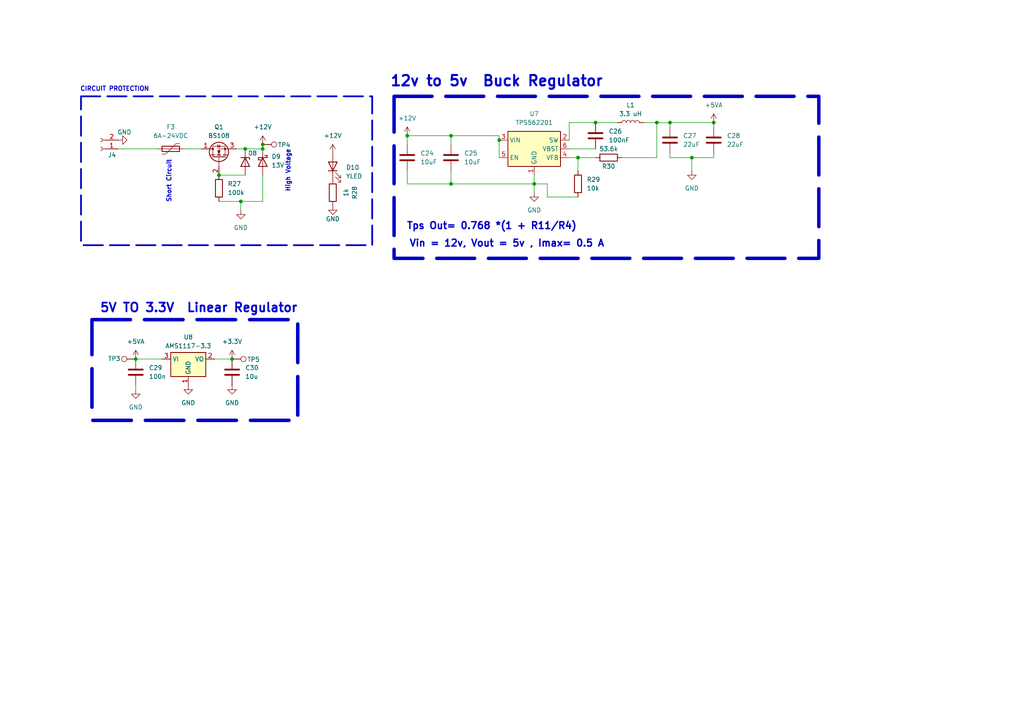
<source format=kicad_sch>
(kicad_sch (version 20231120) (generator "eeschema") (generator_version "8.0")
  (paper "A4")
  (lib_symbols
    (symbol "Connector:Conn_01x02_Socket" (pin_names (offset 1.016) hide)
      (property "Reference" "J" (at 0 2.54 0))
      (property "Value" "Conn_01x02_Socket" (at 0 -5.08 0))
      (symbol "Conn_01x02_Socket_1_1"
        (arc (start 0 -2.032) (mid -0.5058 -2.54) (end 0 -3.048) (stroke (width 0.1524)))
        (polyline (pts (xy -1.27 -2.54) (xy -0.508 -2.54)) (stroke (width 0.1524)))
        (polyline (pts (xy -1.27 0) (xy -0.508 0)) (stroke (width 0.1524)))
        (arc (start 0 0.508) (mid -0.5058 0) (end 0 -0.508) (stroke (width 0.1524)))
        (pin passive line (at -5.08 0 0) (length 3.81) (name "Pin_1") (number "1"))
        (pin passive line (at -5.08 -2.54 0) (length 3.81) (name "Pin_2") (number "2"))
      )
    )
    (symbol "Connector:TestPoint" (pin_numbers hide) (pin_names (offset 0.762) hide)
      (property "Reference" "TP" (at 0 6.858 0))
      (property "Value" "TestPoint" (at 0 5.08 0))
      (symbol "TestPoint_0_1"
        (circle (center 0 3.302) (radius 0.762))
      )
      (symbol "TestPoint_1_1"
        (pin passive line (at 0 0 90) (length 2.54) (name "1") (number "1"))
      )
    )
    (symbol "Device:C" (pin_numbers hide) (pin_names (offset 0.254))
      (property "Reference" "C" (at 0.635 2.54 0))
      (property "Value" "C" (at 0.635 -2.54 0))
      (symbol "C_0_1"
        (polyline (pts (xy -2.032 -0.762) (xy 2.032 -0.762)) (stroke (width 0.508)))
        (polyline (pts (xy -2.032 0.762) (xy 2.032 0.762)) (stroke (width 0.508)))
      )
      (symbol "C_1_1"
        (pin passive line (at 0 3.81 270) (length 2.794) (name "~") (number "1"))
        (pin passive line (at 0 -3.81 90) (length 2.794) (name "~") (number "2"))
      )
    )
    (symbol "Device:D_Zener" (pin_numbers hide) (pin_names (offset 1.016) hide)
      (property "Reference" "D" (at 0 2.54 0))
      (property "Value" "D_Zener" (at 0 -2.54 0))
      (symbol "D_Zener_0_1"
        (polyline (pts (xy 1.27 0) (xy -1.27 0)))
        (polyline (pts (xy -1.27 -1.27) (xy -1.27 1.27) (xy -0.762 1.27)) (stroke (width 0.254)))
        (polyline (pts (xy 1.27 -1.27) (xy 1.27 1.27) (xy -1.27 0) (xy 1.27 -1.27)) (stroke (width 0.254)))
      )
      (symbol "D_Zener_1_1"
        (pin passive line (at -3.81 0 0) (length 2.54) (name "K") (number "1"))
        (pin passive line (at 3.81 0 180) (length 2.54) (name "A") (number "2"))
      )
    )
    (symbol "Device:L" (pin_numbers hide) (pin_names (offset 1.016) hide)
      (property "Reference" "L" (at -1.27 0 90))
      (property "Value" "L" (at 1.905 0 90))
      (symbol "L_0_1"
        (arc (start 0 -2.54) (mid 0.6323 -1.905) (end 0 -1.27))
        (arc (start 0 -1.27) (mid 0.6323 -0.635) (end 0 0))
        (arc (start 0 0) (mid 0.6323 0.635) (end 0 1.27))
        (arc (start 0 1.27) (mid 0.6323 1.905) (end 0 2.54))
      )
      (symbol "L_1_1"
        (pin passive line (at 0 3.81 270) (length 1.27) (name "1") (number "1"))
        (pin passive line (at 0 -3.81 90) (length 1.27) (name "2") (number "2"))
      )
    )
    (symbol "Device:LED" (pin_numbers hide) (pin_names (offset 1.016) hide)
      (property "Reference" "D" (at 0 2.54 0))
      (property "Value" "LED" (at 0 -2.54 0))
      (symbol "LED_0_1"
        (polyline (pts (xy -1.27 -1.27) (xy -1.27 1.27)) (stroke (width 0.254)))
        (polyline (pts (xy -1.27 0) (xy 1.27 0)))
        (polyline (pts (xy 1.27 -1.27) (xy 1.27 1.27) (xy -1.27 0) (xy 1.27 -1.27)) (stroke (width 0.254)))
        (polyline (pts (xy -3.048 -0.762) (xy -4.572 -2.286) (xy -3.81 -2.286) (xy -4.572 -2.286) (xy -4.572 -1.524)))
        (polyline (pts (xy -1.778 -0.762) (xy -3.302 -2.286) (xy -2.54 -2.286) (xy -3.302 -2.286) (xy -3.302 -1.524)))
      )
      (symbol "LED_1_1"
        (pin passive line (at -3.81 0 0) (length 2.54) (name "K") (number "1"))
        (pin passive line (at 3.81 0 180) (length 2.54) (name "A") (number "2"))
      )
    )
    (symbol "Device:Polyfuse" (pin_numbers hide) (pin_names (offset 0))
      (property "Reference" "F" (at -2.54 0 90))
      (property "Value" "Polyfuse" (at 2.54 0 90))
      (symbol "Polyfuse_0_1"
        (rectangle (start -0.762 2.54) (end 0.762 -2.54) (stroke (width 0.254)))
        (polyline (pts (xy 0 2.54) (xy 0 -2.54)))
        (polyline (pts (xy -1.524 2.54) (xy -1.524 1.524) (xy 1.524 -1.524) (xy 1.524 -2.54)))
      )
      (symbol "Polyfuse_1_1"
        (pin passive line (at 0 3.81 270) (length 1.27) (name "~") (number "1"))
        (pin passive line (at 0 -3.81 90) (length 1.27) (name "~") (number "2"))
      )
    )
    (symbol "Device:R" (pin_numbers hide) (pin_names (offset 0))
      (property "Reference" "R" (at 2.032 0 90))
      (property "Value" "R" (at 0 0 90))
      (symbol "R_0_1"
        (rectangle (start -1.016 -2.54) (end 1.016 2.54) (stroke (width 0.254)))
      )
      (symbol "R_1_1"
        (pin passive line (at 0 3.81 270) (length 1.27) (name "~") (number "1"))
        (pin passive line (at 0 -3.81 90) (length 1.27) (name "~") (number "2"))
      )
    )
    (symbol "Diode:SS36" (pin_numbers hide) (pin_names (offset 1.016) hide)
      (property "Reference" "D" (at 0 2.54 0))
      (property "Value" "SS36" (at 0 -2.54 0))
      (symbol "SS36_0_1"
        (polyline (pts (xy 1.27 0) (xy -1.27 0)))
        (polyline (pts (xy 1.27 1.27) (xy 1.27 -1.27) (xy -1.27 0) (xy 1.27 1.27)) (stroke (width 0.254)))
        (polyline (pts (xy -1.905 0.635) (xy -1.905 1.27) (xy -1.27 1.27) (xy -1.27 -1.27) (xy -0.635 -1.27) (xy -0.635 -0.635)) (stroke (width 0.254)))
      )
      (symbol "SS36_1_1"
        (pin passive line (at -3.81 0 0) (length 2.54) (name "K") (number "1"))
        (pin passive line (at 3.81 0 180) (length 2.54) (name "A") (number "2"))
      )
    )
    (symbol "Regulator_Linear:AMS1117-5.0"
      (property "Reference" "U" (at -3.81 3.175 0))
      (property "Value" "AMS1117-5.0" (at 0 3.175 0))
      (symbol "AMS1117-5.0_0_1"
        (rectangle (start -5.08 -5.08) (end 5.08 1.905) (stroke (width 0.254)) (fill (type background)))
      )
      (symbol "AMS1117-5.0_1_1"
        (pin power_in line (at 0 -7.62 90) (length 2.54) (name "GND") (number "1"))
        (pin power_out line (at 7.62 0 180) (length 2.54) (name "VO") (number "2"))
        (pin power_in line (at -7.62 0 0) (length 2.54) (name "VI") (number "3"))
      )
    )
    (symbol "Regulator_Switching:TPS562200"
      (property "Reference" "U" (at -7.62 6.35 0))
      (property "Value" "TPS562200" (at -2.54 6.35 0))
      (symbol "TPS562200_0_1"
        (rectangle (start -7.62 5.08) (end 7.62 -5.08) (stroke (width 0.254)) (fill (type background)))
      )
      (symbol "TPS562200_1_1"
        (pin power_in line (at 0 -7.62 90) (length 2.54) (name "GND") (number "1"))
        (pin output line (at 10.16 2.54 180) (length 2.54) (name "SW") (number "2"))
        (pin power_in line (at -10.16 2.54 0) (length 2.54) (name "VIN") (number "3"))
        (pin input line (at 10.16 -2.54 180) (length 2.54) (name "VFB") (number "4"))
        (pin input line (at -10.16 -2.54 0) (length 2.54) (name "EN") (number "5"))
        (pin passive line (at 10.16 0 180) (length 2.54) (name "VBST") (number "6"))
      )
    )
    (symbol "Transistor_FET:BS108" (pin_names hide)
      (property "Reference" "Q" (at 5.08 1.905 0))
      (property "Value" "BS108" (at 5.08 0 0))
      (symbol "BS108_0_1"
        (polyline (pts (xy 0.254 0) (xy -2.54 0)))
        (polyline (pts (xy 0.254 1.905) (xy 0.254 -1.905)) (stroke (width 0.254)))
        (polyline (pts (xy 0.762 -1.27) (xy 0.762 -2.286)) (stroke (width 0.254)))
        (polyline (pts (xy 0.762 0.508) (xy 0.762 -0.508)) (stroke (width 0.254)))
        (polyline (pts (xy 0.762 2.286) (xy 0.762 1.27)) (stroke (width 0.254)))
        (polyline (pts (xy 2.54 2.54) (xy 2.54 1.778)))
        (polyline (pts (xy 2.54 -2.54) (xy 2.54 0) (xy 0.762 0)))
        (polyline (pts (xy 0.762 -1.778) (xy 3.302 -1.778) (xy 3.302 1.778) (xy 0.762 1.778)))
        (polyline (pts (xy 1.016 0) (xy 2.032 0.381) (xy 2.032 -0.381) (xy 1.016 0)) (fill (type outline)))
        (polyline (pts (xy 2.794 0.508) (xy 2.921 0.381) (xy 3.683 0.381) (xy 3.81 0.254)))
        (polyline (pts (xy 3.302 0.381) (xy 2.921 -0.254) (xy 3.683 -0.254) (xy 3.302 0.381)))
        (circle (center 1.651 0) (radius 2.794) (stroke (width 0.254)))
        (circle (center 2.54 -1.778) (radius 0.254) (fill (type outline)))
        (circle (center 2.54 1.778) (radius 0.254) (fill (type outline)))
      )
      (symbol "BS108_1_1"
        (pin passive line (at 2.54 5.08 270) (length 2.54) (name "D") (number "1"))
        (pin input line (at -5.08 0 0) (length 2.54) (name "G") (number "2"))
        (pin passive line (at 2.54 -5.08 90) (length 2.54) (name "S") (number "3"))
      )
    )
    (symbol "power:+12V" (power) (pin_numbers hide) (pin_names (offset 0) hide)
      (property "Value" "+12V" (at 0 3.556 0))
      (symbol "+12V_0_1"
        (polyline (pts (xy -0.762 1.27) (xy 0 2.54)))
        (polyline (pts (xy 0 0) (xy 0 2.54)))
        (polyline (pts (xy 0 2.54) (xy 0.762 1.27)))
      )
      (symbol "+12V_1_1"
        (pin power_in line (at 0 0 90) (length 0) (name "~") (number "1"))
      )
    )
    (symbol "power:+5V" (power) (pin_numbers hide) (pin_names (offset 0) hide)
      (property "Value" "+5V" (at 0 3.556 0))
      (symbol "+5V_0_1"
        (polyline (pts (xy -0.762 1.27) (xy 0 2.54)))
        (polyline (pts (xy 0 0) (xy 0 2.54)))
        (polyline (pts (xy 0 2.54) (xy 0.762 1.27)))
      )
      (symbol "+5V_1_1"
        (pin power_in line (at 0 0 90) (length 0) (name "~") (number "1"))
      )
    )
    (symbol "power:+5VA" (power) (pin_numbers hide) (pin_names (offset 0) hide)
      (property "Value" "+5VA" (at 0 3.556 0))
      (symbol "+5VA_0_1"
        (polyline (pts (xy -0.762 1.27) (xy 0 2.54)))
        (polyline (pts (xy 0 0) (xy 0 2.54)))
        (polyline (pts (xy 0 2.54) (xy 0.762 1.27)))
      )
      (symbol "+5VA_1_1"
        (pin power_in line (at 0 0 90) (length 0) (name "~") (number "1"))
      )
    )
    (symbol "power:GND" (power) (pin_numbers hide) (pin_names (offset 0) hide)
      (property "Value" "GND" (at 0 -3.81 0))
      (symbol "GND_0_1"
        (polyline (pts (xy 0 0) (xy 0 -1.27) (xy 1.27 -1.27) (xy 0 -2.54) (xy -1.27 -1.27) (xy 0 -1.27)))
      )
      (symbol "GND_1_1"
        (pin power_in line (at 0 0 270) (length 0) (name "~") (number "1"))
      )
    )
  )
  (junction (at 71.12 43.18))
  (junction (at 130.81 53.34))
  (junction (at 76.2 41.91))
  (junction (at 172.72 35.56))
  (junction (at 130.81 39.37))
  (junction (at 194.31 35.56))
  (junction (at 200.66 45.72))
  (junction (at 118.11 39.37))
  (junction (at 76.2 43.18))
  (junction (at 167.64 45.72))
  (junction (at 67.31 104.14))
  (junction (at 69.85 58.42))
  (junction (at 63.5 50.8))
  (junction (at 207.01 35.56))
  (junction (at 190.5 35.56))
  (junction (at 39.37 104.14))
  (junction (at 144.78 40.64))
  (junction (at 154.94 53.34))
  (wire (pts (xy 158.75 53.34) (xy 154.94 53.34)))
  (wire (pts (xy 165.1 43.18) (xy 172.72 43.18)))
  (wire (pts (xy 118.11 39.37) (xy 130.81 39.37)))
  (wire (pts (xy 62.23 104.14) (xy 67.31 104.14)))
  (wire (pts (xy 130.81 53.34) (xy 154.94 53.34)))
  (wire (pts (xy 118.11 49.53) (xy 118.11 53.34)))
  (wire (pts (xy 130.81 41.91) (xy 130.81 39.37)))
  (wire (pts (xy 118.11 41.91) (xy 118.11 39.37)))
  (wire (pts (xy 130.81 49.53) (xy 130.81 53.34)))
  (wire (pts (xy 69.85 58.42) (xy 76.2 58.42)))
  (wire (pts (xy 118.11 53.34) (xy 130.81 53.34)))
  (wire (pts (xy 154.94 53.34) (xy 154.94 55.88)))
  (wire (pts (xy 194.31 36.83) (xy 194.31 35.56)))
  (wire (pts (xy 207.01 44.45) (xy 207.01 45.72)))
  (wire (pts (xy 207.01 45.72) (xy 200.66 45.72)))
  (wire (pts (xy 207.01 36.83) (xy 207.01 35.56)))
  (wire (pts (xy 167.64 57.15) (xy 158.75 57.15)))
  (wire (pts (xy 63.5 50.8) (xy 71.12 50.8)))
  (wire (pts (xy 144.78 39.37) (xy 144.78 40.64)))
  (wire (pts (xy 76.2 41.91) (xy 76.2 43.18)))
  (wire (pts (xy 180.34 45.72) (xy 190.5 45.72)))
  (wire (pts (xy 194.31 35.56) (xy 207.01 35.56)))
  (wire (pts (xy 53.34 43.18) (xy 58.42 43.18)))
  (wire (pts (xy 144.78 40.64) (xy 144.78 45.72)))
  (wire (pts (xy 68.58 43.18) (xy 71.12 43.18)))
  (wire (pts (xy 154.94 50.8) (xy 154.94 53.34)))
  (wire (pts (xy 63.5 58.42) (xy 69.85 58.42)))
  (wire (pts (xy 39.37 104.14) (xy 46.99 104.14)))
  (wire (pts (xy 200.66 45.72) (xy 194.31 45.72)))
  (wire (pts (xy 158.75 57.15) (xy 158.75 53.34)))
  (wire (pts (xy 34.29 43.18) (xy 45.72 43.18)))
  (wire (pts (xy 190.5 45.72) (xy 190.5 35.56)))
  (wire (pts (xy 165.1 35.56) (xy 165.1 40.64)))
  (wire (pts (xy 39.37 113.03) (xy 39.37 111.76)))
  (wire (pts (xy 200.66 45.72) (xy 200.66 49.53)))
  (wire (pts (xy 130.81 39.37) (xy 144.78 39.37)))
  (wire (pts (xy 190.5 35.56) (xy 194.31 35.56)))
  (wire (pts (xy 76.2 58.42) (xy 76.2 50.8)))
  (wire (pts (xy 167.64 45.72) (xy 165.1 45.72)))
  (wire (pts (xy 186.69 35.56) (xy 190.5 35.56)))
  (wire (pts (xy 194.31 44.45) (xy 194.31 45.72)))
  (wire (pts (xy 172.72 45.72) (xy 167.64 45.72)))
  (wire (pts (xy 172.72 35.56) (xy 179.07 35.56)))
  (wire (pts (xy 167.64 49.53) (xy 167.64 45.72)))
  (wire (pts (xy 172.72 35.56) (xy 165.1 35.56)))
  (wire (pts (xy 69.85 60.96) (xy 69.85 58.42)))
  (wire (pts (xy 71.12 43.18) (xy 76.2 43.18)))
  (rectangle (start 23.495 27.94) (end 107.95 71.12) (stroke (width 0.508) (type dash)))
  (rectangle (start 114.3 27.94) (end 237.49 74.93) (stroke (width 1) (type dash)))
  (rectangle (start 26.67 92.71) (end 86.36 121.92) (stroke (width 1.016) (type dash)))
  (text "Tps Out= 0.768 *(1 + R11/R4)" (at 117.856 66.802 0) (effects (font (size 2 2) (bold yes)) (justify left bottom)))
  (text "Vin = 12v, Vout = 5v , Imax= 0.5 A" (at 118.618 71.882 0) (effects (font (size 2 2) (bold yes)) (justify left bottom)))
  (text "5V TO 3.3V  Linear Regulator" (at 57.658 89.408 0) (effects (font (size 2.54 2.54) (thickness 0.508) (bold yes))))
  (text "CIRCUIT PROTECTION\n" (at 33.274 25.908 0) (effects (font (size 1.27 1.27) (thickness 0.254) (bold yes))))
  (text "Short Circuit" (at 49.022 52.578 90) (effects (font (size 1.27 1.27) (thickness 0.254) (bold yes))))
  (text "12v to 5v  Buck Regulator" (at 113.03 25.4 0) (effects (font (size 3 3) (bold yes)) (justify left bottom)))
  (text "High Voltage" (at 83.566 49.53 90) (effects (font (size 1.27 1.27) (thickness 0.254) (bold yes))))
  (symbol (lib_id "Transistor_FET:BS108") (at 63.5 45.72 90) (unit 1)
    (property "Reference" "Q1" (at 63.5 36.83 90))
    (property "Value" "BS108" (at 63.5 39.37 90))
    (property "Footprint" "Package_TO_SOT_THT:TO-92_Inline" (effects (hide yes)))
    (property "Datasheet" "http://www.redrok.com/MOSFET_BS108_200V_250mA_8O_Vth1.5_TO-92.PDF" (effects (hide yes)))
    (property "Description" "0.25A Id, 200V Vds, N-Channel MOSFET, TO-92" (effects (hide yes)))
  )
  (symbol (lib_id "Device:C") (at 207.01 40.64 0) (unit 1)
    (property "Reference" "C28" (at 210.82 39.37 0) (effects (justify left)))
    (property "Value" "22uF" (at 210.82 41.91 0) (effects (justify left)))
    (property "Footprint" "Capacitor_SMD:C_0805_2012Metric" (effects (hide yes)))
    (property "Datasheet" "CL21A226KOQNNNE" (effects (hide yes)))
  )
  (symbol (lib_id "power:GND") (at 39.37 113.03 0) (unit 1)
    (property "Reference" "#PWR062" (effects (hide yes)))
    (property "Value" "GND" (at 39.37 118.11 0))
    (property "Description" "Power symbol creates a global label with name \"GND\" , ground" (effects (hide yes)))
  )
  (symbol (lib_id "Device:R") (at 176.53 45.72 90) (unit 1)
    (property "Reference" "R30" (at 176.53 48.26 90))
    (property "Value" "53.6k" (at 176.53 43.18 90))
    (property "Footprint" "Resistor_SMD:R_0603_1608Metric" (effects (hide yes)))
  )
  (symbol (lib_id "power:GND") (at 200.66 49.53 0) (unit 1)
    (property "Reference" "#PWR059" (effects (hide yes)))
    (property "Value" "GND" (at 200.66 54.61 0))
  )
  (symbol (lib_id "Connector:TestPoint") (at 76.2 41.91 270) (unit 1)
    (property "Reference" "TP4" (at 82.423 42.037 90))
    (property "Value" "TestPoint" (effects (hide yes)))
    (property "Footprint" "TestPoint:TestPoint_Pad_D1.0mm" (effects (hide yes)))
  )
  (symbol (lib_id "Device:C") (at 39.37 107.95 0) (unit 1)
    (property "Reference" "C29" (at 43.18 106.6799 0) (effects (justify left)))
    (property "Value" "100n" (at 43.18 109.2199 0) (effects (justify left)))
    (property "Footprint" "Capacitor_SMD:C_0603_1608Metric" (effects (hide yes)))
    (property "Datasheet" "CL10B104KB8NNNC" (effects (hide yes)))
    (property "Description" "Unpolarized capacitor" (effects (hide yes)))
  )
  (symbol (lib_id "Device:R") (at 63.5 54.61 0) (unit 1)
    (property "Reference" "R27" (at 66.04 53.34 0) (effects (justify left)))
    (property "Value" "100k" (at 66.04 55.88 0) (effects (justify left)))
    (property "Footprint" "Resistor_SMD:R_0603_1608Metric" (effects (hide yes)))
  )
  (symbol (lib_id "Device:R") (at 96.52 55.88 0) (unit 1)
    (property "Reference" "R28" (at 102.87 55.88 90))
    (property "Value" "1k" (at 100.33 55.88 90))
    (property "Footprint" "Resistor_SMD:R_0603_1608Metric" (effects (hide yes)))
    (property "Datasheet" "0603SAJ0102TDE" (effects (hide yes)))
    (property "Description" "Resistor" (effects (hide yes)))
  )
  (symbol (lib_id "Device:C") (at 172.72 39.37 0) (unit 1)
    (property "Reference" "C26" (at 176.53 38.1 0) (effects (justify left)))
    (property "Value" "100nF" (at 176.53 40.64 0) (effects (justify left)))
    (property "Footprint" "Capacitor_SMD:C_0603_1608Metric" (effects (hide yes)))
    (property "Datasheet" "https://cdn.ozdisan.com/ETicaret_Dosya/448212_5798276.PDF" (effects (hide yes)))
  )
  (symbol (lib_id "Device:C") (at 194.31 40.64 0) (unit 1)
    (property "Reference" "C27" (at 198.12 39.37 0) (effects (justify left)))
    (property "Value" "22uF" (at 198.12 41.91 0) (effects (justify left)))
    (property "Footprint" "Capacitor_SMD:C_0805_2012Metric" (effects (hide yes)))
    (property "Datasheet" "CL21A226KOQNNNE" (effects (hide yes)))
  )
  (symbol (lib_id "power:GND") (at 54.61 111.76 0) (unit 1)
    (property "Reference" "#PWR063" (effects (hide yes)))
    (property "Value" "GND" (at 54.61 116.84 0))
    (property "Description" "Power symbol creates a global label with name \"GND\" , ground" (effects (hide yes)))
  )
  (symbol (lib_id "Regulator_Switching:TPS562200") (at 154.94 43.18 0) (unit 1)
    (property "Reference" "U7" (at 154.94 33.02 0))
    (property "Value" "TPS562201" (at 154.94 35.56 0))
    (property "Footprint" "Package_TO_SOT_SMD:SOT-23-6" (effects (hide yes)))
    (property "Datasheet" "http://www.ti.com/lit/ds/symlink/tps563200.pdf" (effects (hide yes)))
  )
  (symbol (lib_id "power:+12V") (at 96.52 44.45 0) (unit 1)
    (property "Reference" "#PWR034" (effects (hide yes)))
    (property "Value" "+12V" (at 96.52 39.37 0))
    (property "Description" "Power symbol creates a global label with name \"+12V\"" (effects (hide yes)))
  )
  (symbol (lib_id "Device:LED") (at 96.52 48.26 90) (unit 1)
    (property "Reference" "D10" (at 100.33 48.5774 90) (effects (justify right)))
    (property "Value" "YLED" (at 100.33 51.1174 90) (effects (justify right)))
    (property "Footprint" "LED_SMD:LED_0603_1608Metric" (effects (hide yes)))
    (property "Datasheet" "27-21/GHC-YR2T1/3C" (effects (hide yes)))
    (property "Description" "Light emitting diode" (effects (hide yes)))
  )
  (symbol (lib_id "power:GND") (at 154.94 55.88 0) (unit 1)
    (property "Reference" "#PWR058" (effects (hide yes)))
    (property "Value" "GND" (at 154.94 60.96 0))
  )
  (symbol (lib_id "Device:Polyfuse") (at 49.53 43.18 90) (unit 1)
    (property "Reference" "F3" (at 49.53 36.83 90))
    (property "Value" "6A-24VDC" (at 49.53 39.37 90))
    (property "Footprint" "Fuse:Fuse_0603_1608Metric" (effects (hide yes)))
    (property "Datasheet" "0438006.WR" (effects (hide yes)))
    (property "Description" "Resettable fuse, polymeric positive temperature coefficient" (effects (hide yes)))
  )
  (symbol (lib_id "Device:D_Zener") (at 71.12 46.99 270) (unit 1)
    (property "Reference" "D8" (at 71.882 44.45 90) (effects (justify left)))
    (property "Value" "10V" (effects (hide yes)))
    (property "Footprint" "Diode_SMD:Nexperia_CFP3_SOD-123W" (effects (hide yes)))
    (property "Datasheet" "MMSZ10V-HT" (effects (hide yes)))
    (property "Description" "Zener diode" (effects (hide yes)))
  )
  (symbol (lib_id "Diode:SS36") (at 76.2 46.99 270) (unit 1)
    (property "Reference" "D9" (at 78.74 45.4024 90) (effects (justify left)))
    (property "Value" "13V" (at 78.74 47.9424 90) (effects (justify left)))
    (property "Footprint" "Diode_SMD:D_SOD-523" (effects (hide yes)))
    (property "Datasheet" "BZT52B13T-HT" (effects (hide yes)))
  )
  (symbol (lib_id "power:+12V") (at 118.11 39.37 0) (unit 1)
    (property "Reference" "#PWR057" (effects (hide yes)))
    (property "Value" "+12V" (at 118.11 34.29 0))
    (property "Description" "Power symbol creates a global label with name \"+12V\"" (effects (hide yes)))
  )
  (symbol (lib_id "Device:C") (at 130.81 45.72 0) (unit 1)
    (property "Reference" "C25" (at 134.62 44.45 0) (effects (justify left)))
    (property "Value" "10uF" (at 134.62 46.99 0) (effects (justify left)))
    (property "Footprint" "Capacitor_SMD:C_0805_2012Metric" (effects (hide yes)))
    (property "Datasheet" "https://cdn.ozdisan.com/ETicaret_Dosya/448212_5798276.PDF" (effects (hide yes)))
  )
  (symbol (lib_id "Regulator_Linear:AMS1117-5.0") (at 54.61 104.14 0) (unit 1)
    (property "Reference" "U8" (at 54.61 97.79 0))
    (property "Value" "AMS1117-3.3" (at 54.61 100.33 0))
    (property "Footprint" "Package_TO_SOT_SMD:SOT-223-3_TabPin2" (effects (hide yes)))
  )
  (symbol (lib_id "Connector:Conn_01x02_Socket") (at 29.21 43.18 180) (unit 1)
    (property "Reference" "J4" (at 32.512 44.958 0))
    (property "Value" "Conn_01x02_Socket" (effects (hide yes)))
    (property "Footprint" "Connector_JST:JST_XA_B02B-XASK-1_1x02_P2.50mm_Vertical" (effects (hide yes)))
    (property "Description" "Generic connector, single row, 01x02, script generated" (effects (hide yes)))
  )
  (symbol (lib_id "power:+12V") (at 76.2 41.91 0) (unit 1)
    (property "Reference" "#PWR033" (effects (hide yes)))
    (property "Value" "+12V" (at 76.2 36.83 0))
    (property "Description" "Power symbol creates a global label with name \"+12V\"" (effects (hide yes)))
  )
  (symbol (lib_id "power:GND") (at 69.85 60.96 0) (unit 1)
    (property "Reference" "#PWR030" (effects (hide yes)))
    (property "Value" "GND" (at 69.85 66.04 0))
    (property "Description" "Power symbol creates a global label with name \"GND\" , ground" (effects (hide yes)))
  )
  (symbol (lib_id "Device:C") (at 118.11 45.72 0) (unit 1)
    (property "Reference" "C24" (at 121.92 44.45 0) (effects (justify left)))
    (property "Value" "10uF" (at 121.92 46.99 0) (effects (justify left)))
    (property "Footprint" "Capacitor_SMD:C_0805_2012Metric" (effects (hide yes)))
    (property "Datasheet" "https://cdn.ozdisan.com/ETicaret_Dosya/448212_5798276.PDF" (effects (hide yes)))
  )
  (symbol (lib_id "power:GND") (at 34.29 40.64 90) (unit 1)
    (property "Reference" "#PWR029" (effects (hide yes)))
    (property "Value" "GND" (at 34.036 38.354 90) (effects (justify right)))
    (property "Description" "Power symbol creates a global label with name \"GND\" , ground" (effects (hide yes)))
  )
  (symbol (lib_id "power:+5VA") (at 39.37 104.14 0) (unit 1)
    (property "Reference" "#PWR061" (effects (hide yes)))
    (property "Value" "+5VA" (at 39.37 99.06 0))
    (property "Description" "Power symbol creates a global label with name \"+5VA\"" (effects (hide yes)))
  )
  (symbol (lib_id "Connector:TestPoint") (at 67.31 104.14 270) (unit 1)
    (property "Reference" "TP5" (at 73.533 104.267 90))
    (property "Value" "TestPoint" (effects (hide yes)))
    (property "Footprint" "TestPoint:TestPoint_Pad_D1.0mm" (effects (hide yes)))
  )
  (symbol (lib_id "power:+5V") (at 67.31 104.14 0) (unit 1)
    (property "Reference" "#PWR064" (effects (hide yes)))
    (property "Value" "+3.3V" (at 67.31 99.06 0))
    (property "Description" "Power symbol creates a global label with name \"+5V\"" (effects (hide yes)))
  )
  (symbol (lib_id "power:GND") (at 96.52 59.69 0) (unit 1)
    (property "Reference" "#PWR051" (effects (hide yes)))
    (property "Value" "GND" (at 96.52 63.5 0))
    (property "Description" "Power symbol creates a global label with name \"GND\" , ground" (effects (hide yes)))
  )
  (symbol (lib_id "Device:L") (at 182.88 35.56 90) (unit 1)
    (property "Reference" "L1" (at 182.88 30.48 90))
    (property "Value" "3.3 uH" (at 182.88 33.02 90))
    (property "Footprint" "Inductor_SMD_Wurth:L_Wurth_WE-LQSH-4020" (effects (hide yes)))
    (property "Datasheet" "FPI0302-3R3M" (effects (hide yes)))
  )
  (symbol (lib_id "Device:C") (at 67.31 107.95 0) (unit 1)
    (property "Reference" "C30" (at 71.12 106.6799 0) (effects (justify left)))
    (property "Value" "10u" (at 71.12 109.2199 0) (effects (justify left)))
    (property "Footprint" "Capacitor_SMD:C_0805_2012Metric" (effects (hide yes)))
    (property "Datasheet" "CL21A106KOQNNNE" (effects (hide yes)))
    (property "Description" "Unpolarized capacitor" (effects (hide yes)))
  )
  (symbol (lib_id "Connector:TestPoint") (at 39.37 104.14 90) (unit 1)
    (property "Reference" "TP3" (at 33.147 104.013 90))
    (property "Value" "TestPoint" (effects (hide yes)))
    (property "Footprint" "TestPoint:TestPoint_Pad_D1.0mm" (effects (hide yes)))
  )
  (symbol (lib_id "power:GND") (at 67.31 111.76 0) (unit 1)
    (property "Reference" "#PWR065" (effects (hide yes)))
    (property "Value" "GND" (at 67.31 116.84 0))
    (property "Description" "Power symbol creates a global label with name \"GND\" , ground" (effects (hide yes)))
  )
  (symbol (lib_id "Device:R") (at 167.64 53.34 0) (unit 1)
    (property "Reference" "R29" (at 170.18 52.07 0) (effects (justify left)))
    (property "Value" "10k" (at 170.18 54.61 0) (effects (justify left)))
    (property "Footprint" "Resistor_SMD:R_0603_1608Metric" (effects (hide yes)))
    (property "Datasheet" "0603SAF1002T5E" (effects (hide yes)))
  )
  (symbol (lib_id "power:+5VA") (at 207.01 35.56 0) (unit 1)
    (property "Reference" "#PWR019" (effects (hide yes)))
    (property "Value" "+5VA" (at 207.01 30.48 0))
    (property "Description" "Power symbol creates a global label with name \"+5VA\"" (effects (hide yes)))
  )
)
</source>
